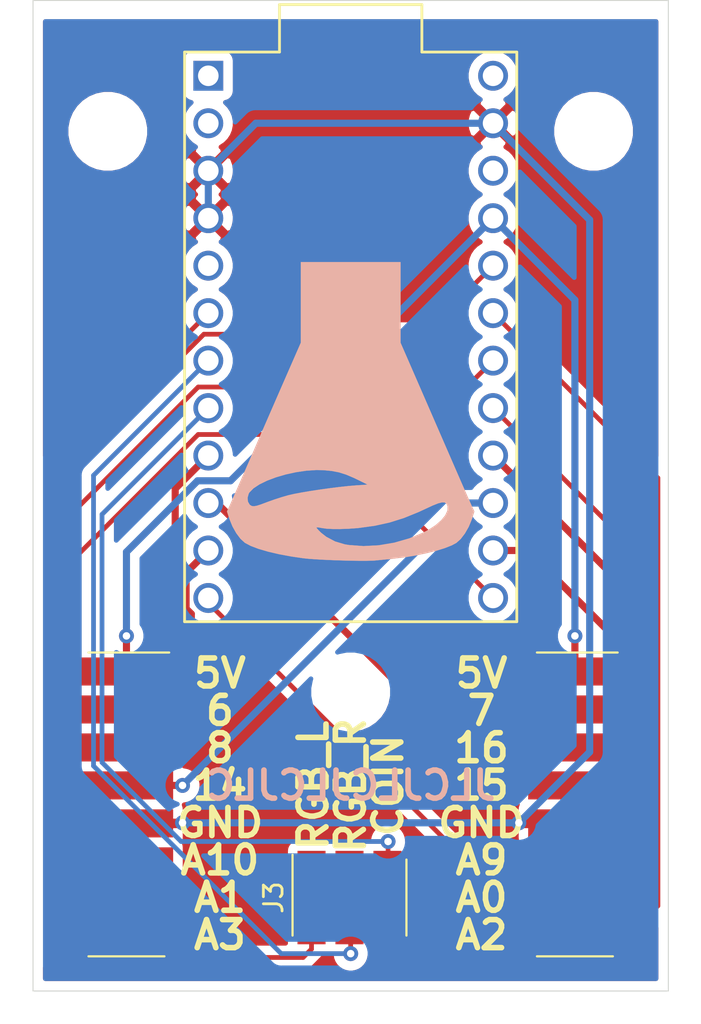
<source format=kicad_pcb>
(kicad_pcb (version 20171130) (host pcbnew "(5.1.10)-1")

  (general
    (thickness 1.6)
    (drawings 24)
    (tracks 100)
    (zones 0)
    (modules 8)
    (nets 18)
  )

  (page A4)
  (layers
    (0 F.Cu signal)
    (31 B.Cu signal)
    (32 B.Adhes user)
    (33 F.Adhes user)
    (34 B.Paste user)
    (35 F.Paste user)
    (36 B.SilkS user)
    (37 F.SilkS user)
    (38 B.Mask user)
    (39 F.Mask user)
    (40 Dwgs.User user)
    (41 Cmts.User user)
    (42 Eco1.User user)
    (43 Eco2.User user)
    (44 Edge.Cuts user)
    (45 Margin user)
    (46 B.CrtYd user)
    (47 F.CrtYd user)
    (48 B.Fab user)
    (49 F.Fab user)
  )

  (setup
    (last_trace_width 0.254)
    (trace_clearance 0.2)
    (zone_clearance 0.508)
    (zone_45_only no)
    (trace_min 0.2)
    (via_size 0.8)
    (via_drill 0.4)
    (via_min_size 0.4)
    (via_min_drill 0.3)
    (uvia_size 0.3)
    (uvia_drill 0.1)
    (uvias_allowed no)
    (uvia_min_size 0.2)
    (uvia_min_drill 0.1)
    (edge_width 0.05)
    (segment_width 0.2)
    (pcb_text_width 0.3)
    (pcb_text_size 1.5 1.5)
    (mod_edge_width 0.12)
    (mod_text_size 1 1)
    (mod_text_width 0.15)
    (pad_size 1.524 1.524)
    (pad_drill 0.762)
    (pad_to_mask_clearance 0)
    (aux_axis_origin 0 0)
    (visible_elements 7FFFFFFF)
    (pcbplotparams
      (layerselection 0x010fc_ffffffff)
      (usegerberextensions false)
      (usegerberattributes true)
      (usegerberadvancedattributes true)
      (creategerberjobfile true)
      (excludeedgelayer true)
      (linewidth 0.100000)
      (plotframeref false)
      (viasonmask false)
      (mode 1)
      (useauxorigin false)
      (hpglpennumber 1)
      (hpglpenspeed 20)
      (hpglpendiameter 15.000000)
      (psnegative false)
      (psa4output false)
      (plotreference true)
      (plotvalue true)
      (plotinvisibletext false)
      (padsonsilk false)
      (subtractmaskfromsilk false)
      (outputformat 1)
      (mirror false)
      (drillshape 0)
      (scaleselection 1)
      (outputdirectory "D:/KiCad/chunair/chunair_core/v1/"))
  )

  (net 0 "")
  (net 1 /A3)
  (net 2 /A1)
  (net 3 /14)
  (net 4 GND)
  (net 5 /A10)
  (net 6 /6)
  (net 7 /8)
  (net 8 +5V)
  (net 9 /A2)
  (net 10 /A0)
  (net 11 /15)
  (net 12 /A9)
  (net 13 /7)
  (net 14 /16)
  (net 15 /RGB_R)
  (net 16 /coin)
  (net 17 /RGB_L)

  (net_class Default "This is the default net class."
    (clearance 0.2)
    (trace_width 0.254)
    (via_dia 0.8)
    (via_drill 0.4)
    (uvia_dia 0.3)
    (uvia_drill 0.1)
    (add_net /A0)
    (add_net /A1)
    (add_net /A10)
    (add_net /A2)
    (add_net /A3)
    (add_net /A9)
    (add_net /RGB_L)
    (add_net /RGB_R)
    (add_net /coin)
  )

  (net_class Power ""
    (clearance 0.2)
    (trace_width 0.381)
    (via_dia 0.8)
    (via_drill 0.4)
    (uvia_dia 0.3)
    (uvia_drill 0.1)
    (add_net +5V)
    (add_net /14)
    (add_net /15)
    (add_net /16)
    (add_net /6)
    (add_net /7)
    (add_net /8)
    (add_net GND)
  )

  (module chunair_local:logo (layer B.Cu) (tedit 0) (tstamp 621C6363)
    (at 150 69 180)
    (fp_text reference G*** (at 0 0) (layer B.SilkS) hide
      (effects (font (size 1.524 1.524) (thickness 0.3)) (justify mirror))
    )
    (fp_text value LOGO (at 0.75 0) (layer B.SilkS) hide
      (effects (font (size 1.524 1.524) (thickness 0.3)) (justify mirror))
    )
    (fp_poly (pts (xy 2.667 3.690811) (xy 3.370854 2.083531) (xy 3.554283 1.664177) (xy 3.778164 1.151551)
      (xy 4.032374 0.568873) (xy 4.306792 -0.060632) (xy 4.591294 -0.713742) (xy 4.875759 -1.367235)
      (xy 5.150064 -1.997888) (xy 5.220099 -2.159) (xy 5.460918 -2.712606) (xy 5.690184 -3.238788)
      (xy 5.902099 -3.724298) (xy 6.090863 -4.155889) (xy 6.250679 -4.520313) (xy 6.375746 -4.804324)
      (xy 6.460265 -4.994672) (xy 6.492881 -5.066556) (xy 6.620271 -5.338862) (xy 6.48268 -5.757994)
      (xy 6.325408 -6.143885) (xy 6.122602 -6.503739) (xy 5.895638 -6.804884) (xy 5.665894 -7.014652)
      (xy 5.656028 -7.02129) (xy 5.350238 -7.182898) (xy 4.933233 -7.340787) (xy 4.420796 -7.490799)
      (xy 3.828714 -7.628773) (xy 3.172768 -7.75055) (xy 2.535519 -7.843549) (xy 2.25223 -7.872369)
      (xy 1.879117 -7.899421) (xy 1.441099 -7.923922) (xy 0.963097 -7.94509) (xy 0.470032 -7.962144)
      (xy -0.013176 -7.974302) (xy -0.461605 -7.98078) (xy -0.850336 -7.980798) (xy -1.154447 -7.973573)
      (xy -1.30175 -7.963973) (xy -1.471545 -7.947333) (xy -1.72835 -7.922114) (xy -2.032791 -7.892185)
      (xy -2.25425 -7.870396) (xy -2.862627 -7.796578) (xy -3.465982 -7.697466) (xy -4.043585 -7.578235)
      (xy -4.574706 -7.44406) (xy -5.038615 -7.300113) (xy -5.414582 -7.151571) (xy -5.656029 -7.02129)
      (xy -5.885139 -6.816568) (xy -6.112517 -6.519169) (xy -6.316699 -6.161873) (xy -6.476221 -5.777461)
      (xy -6.482158 -5.759587) (xy -6.619225 -5.342049) (xy -6.48947 -5.068149) (xy -6.486019 -5.060582)
      (xy -5.18402 -5.060582) (xy -5.178745 -5.290956) (xy -5.062475 -5.544741) (xy -4.846177 -5.809925)
      (xy -4.540816 -6.074499) (xy -4.157359 -6.326452) (xy -3.90525 -6.461198) (xy -3.140066 -6.781387)
      (xy -2.330031 -7.013154) (xy -1.50196 -7.152436) (xy -0.682666 -7.195169) (xy 0.101034 -7.137289)
      (xy 0.3175 -7.101165) (xy 0.835467 -6.946956) (xy 1.306878 -6.69722) (xy 1.586649 -6.477785)
      (xy 1.728743 -6.338277) (xy 1.817579 -6.234646) (xy 1.834417 -6.19475) (xy 1.760783 -6.190041)
      (xy 1.611178 -6.212615) (xy 1.553967 -6.224994) (xy 1.308026 -6.260168) (xy 0.966538 -6.278523)
      (xy 0.559826 -6.280107) (xy 0.118219 -6.264968) (xy -0.327958 -6.233155) (xy -0.4445 -6.221793)
      (xy -1.292041 -6.105055) (xy -2.080322 -5.931594) (xy -2.850285 -5.68964) (xy -3.642874 -5.367419)
      (xy -4.011356 -5.196208) (xy -4.394691 -5.019043) (xy -4.683243 -4.90488) (xy -4.891522 -4.85204)
      (xy -5.034039 -4.858846) (xy -5.125307 -4.923619) (xy -5.179837 -5.04468) (xy -5.18402 -5.060582)
      (xy -6.486019 -5.060582) (xy -6.431225 -4.94047) (xy -6.33011 -4.713655) (xy -6.193777 -4.405086)
      (xy -6.029879 -4.032144) (xy -5.974336 -3.90525) (xy -0.908127 -3.90525) (xy -0.279439 -3.947362)
      (xy 0.125934 -3.981476) (xy 0.599751 -4.032643) (xy 1.114336 -4.096831) (xy 1.642011 -4.170009)
      (xy 2.155099 -4.248143) (xy 2.625922 -4.327202) (xy 3.026804 -4.403155) (xy 3.330067 -4.471968)
      (xy 3.340547 -4.474719) (xy 3.6872 -4.574921) (xy 4.075693 -4.700205) (xy 4.430908 -4.826156)
      (xy 4.483547 -4.846251) (xy 4.800724 -4.965175) (xy 5.02525 -5.036596) (xy 5.180868 -5.063817)
      (xy 5.291321 -5.050142) (xy 5.380354 -4.998873) (xy 5.408374 -4.974908) (xy 5.500834 -4.814433)
      (xy 5.517814 -4.602014) (xy 5.458331 -4.388562) (xy 5.420898 -4.325346) (xy 5.20416 -4.103702)
      (xy 4.880823 -3.890154) (xy 4.471273 -3.690863) (xy 3.995896 -3.511989) (xy 3.475078 -3.359692)
      (xy 2.929205 -3.240132) (xy 2.378663 -3.15947) (xy 1.843839 -3.123866) (xy 1.466367 -3.130374)
      (xy 1.022807 -3.171752) (xy 0.631413 -3.246558) (xy 0.247245 -3.367293) (xy -0.174634 -3.546457)
      (xy -0.374689 -3.642536) (xy -0.908127 -3.90525) (xy -5.974336 -3.90525) (xy -5.846068 -3.612212)
      (xy -5.649997 -3.162673) (xy -5.600091 -3.048) (xy -5.098746 -1.895529) (xy -4.647903 -0.859231)
      (xy -4.247432 0.061192) (xy -3.897204 0.866037) (xy -3.597089 1.555603) (xy -3.346957 2.130188)
      (xy -3.146678 2.590089) (xy -2.996124 2.935604) (xy -2.895163 3.167032) (xy -2.883403 3.193951)
      (xy -2.667 3.689152) (xy -2.667 8.001) (xy 2.667 8.001) (xy 2.667 3.690811)) (layer B.SilkS) (width 0.01))
  )

  (module MountingHole:MountingHole_3.2mm_M3 (layer F.Cu) (tedit 56D1B4CB) (tstamp 621A457F)
    (at 150 84)
    (descr "Mounting Hole 3.2mm, no annular, M3")
    (tags "mounting hole 3.2mm no annular m3")
    (path /621CE0F8)
    (attr virtual)
    (fp_text reference H3 (at 0 -4.2) (layer Dwgs.User)
      (effects (font (size 1 1) (thickness 0.15)))
    )
    (fp_text value MountingHole (at 0 4.2) (layer F.Fab)
      (effects (font (size 1 1) (thickness 0.15)))
    )
    (fp_circle (center 0 0) (end 3.45 0) (layer F.CrtYd) (width 0.05))
    (fp_circle (center 0 0) (end 3.2 0) (layer Cmts.User) (width 0.15))
    (fp_text user %R (at 0.3 0) (layer F.Fab)
      (effects (font (size 1 1) (thickness 0.15)))
    )
    (pad 1 np_thru_hole circle (at 0 0) (size 3.2 3.2) (drill 3.2) (layers *.Cu *.Mask))
  )

  (module promicro:ProMicro-EnforcedTop (layer F.Cu) (tedit 5C3BC30A) (tstamp 621A410C)
    (at 150 65 270)
    (descr "Pro Micro footprint")
    (tags "promicro ProMicro")
    (path /621A4D99)
    (fp_text reference U1 (at 0 -10.16 90) (layer F.SilkS) hide
      (effects (font (size 1 1) (thickness 0.15)))
    )
    (fp_text value ProMicro (at 0 10.16 90) (layer F.Fab)
      (effects (font (size 1 1) (thickness 0.15)))
    )
    (fp_line (start 15.24 -8.89) (end 15.24 8.89) (layer F.SilkS) (width 0.15))
    (fp_line (start -15.24 -8.89) (end 15.24 -8.89) (layer F.SilkS) (width 0.15))
    (fp_line (start -15.24 -3.81) (end -15.24 -8.89) (layer F.SilkS) (width 0.15))
    (fp_line (start -17.78 -3.81) (end -15.24 -3.81) (layer F.SilkS) (width 0.15))
    (fp_line (start -17.78 3.81) (end -17.78 -3.81) (layer F.SilkS) (width 0.15))
    (fp_line (start -15.24 3.81) (end -17.78 3.81) (layer F.SilkS) (width 0.15))
    (fp_line (start -15.24 8.89) (end -15.24 3.81) (layer F.SilkS) (width 0.15))
    (fp_line (start -15.24 8.89) (end 15.24 8.89) (layer F.SilkS) (width 0.15))
    (pad 24 thru_hole circle (at -13.97 -7.62 270) (size 1.6 1.6) (drill 1.1) (layers *.Cu B.Mask))
    (pad 23 thru_hole circle (at -11.43 -7.62 270) (size 1.6 1.6) (drill 1.1) (layers *.Cu B.Mask)
      (net 4 GND))
    (pad 22 thru_hole circle (at -8.89 -7.62 270) (size 1.6 1.6) (drill 1.1) (layers *.Cu B.Mask))
    (pad 21 thru_hole circle (at -6.35 -7.62 270) (size 1.6 1.6) (drill 1.1) (layers *.Cu B.Mask)
      (net 8 +5V))
    (pad 20 thru_hole circle (at -3.81 -7.62 270) (size 1.6 1.6) (drill 1.1) (layers *.Cu B.Mask)
      (net 1 /A3))
    (pad 19 thru_hole circle (at -1.27 -7.62 270) (size 1.6 1.6) (drill 1.1) (layers *.Cu B.Mask)
      (net 9 /A2))
    (pad 18 thru_hole circle (at 1.27 -7.62 270) (size 1.6 1.6) (drill 1.1) (layers *.Cu B.Mask)
      (net 2 /A1))
    (pad 17 thru_hole circle (at 3.81 -7.62 270) (size 1.6 1.6) (drill 1.1) (layers *.Cu B.Mask)
      (net 10 /A0))
    (pad 16 thru_hole circle (at 6.35 -7.62 270) (size 1.6 1.6) (drill 1.1) (layers *.Cu B.Mask)
      (net 11 /15))
    (pad 15 thru_hole circle (at 8.89 -7.62 270) (size 1.6 1.6) (drill 1.1) (layers *.Cu B.Mask)
      (net 3 /14))
    (pad 14 thru_hole circle (at 11.43 -7.62 270) (size 1.6 1.6) (drill 1.1) (layers *.Cu B.Mask)
      (net 14 /16))
    (pad 13 thru_hole circle (at 13.97 -7.62 270) (size 1.6 1.6) (drill 1.1) (layers *.Cu B.Mask)
      (net 5 /A10))
    (pad 12 thru_hole circle (at 13.97 7.62 270) (size 1.6 1.6) (drill 1.1) (layers *.Cu B.Mask)
      (net 12 /A9))
    (pad 11 thru_hole circle (at 11.43 7.62 270) (size 1.6 1.6) (drill 1.1) (layers *.Cu B.Mask)
      (net 7 /8))
    (pad 10 thru_hole circle (at 8.89 7.62 270) (size 1.6 1.6) (drill 1.1) (layers *.Cu B.Mask)
      (net 13 /7))
    (pad 9 thru_hole circle (at 6.35 7.62 270) (size 1.6 1.6) (drill 1.1) (layers *.Cu B.Mask)
      (net 6 /6))
    (pad 8 thru_hole circle (at 3.81 7.62 270) (size 1.6 1.6) (drill 1.1) (layers *.Cu B.Mask)
      (net 16 /coin))
    (pad 7 thru_hole circle (at 1.27 7.62 270) (size 1.6 1.6) (drill 1.1) (layers *.Cu B.Mask)
      (net 15 /RGB_R))
    (pad 6 thru_hole circle (at -1.27 7.62 270) (size 1.6 1.6) (drill 1.1) (layers *.Cu B.Mask)
      (net 17 /RGB_L))
    (pad 5 thru_hole circle (at -3.81 7.62 270) (size 1.6 1.6) (drill 1.1) (layers *.Cu B.Mask))
    (pad 4 thru_hole circle (at -6.35 7.62 270) (size 1.6 1.6) (drill 1.1) (layers *.Cu B.Mask)
      (net 4 GND))
    (pad 3 thru_hole circle (at -8.89 7.62 270) (size 1.6 1.6) (drill 1.1) (layers *.Cu B.Mask)
      (net 4 GND))
    (pad 2 thru_hole circle (at -11.43 7.62 270) (size 1.6 1.6) (drill 1.1) (layers *.Cu B.Mask))
    (pad 1 thru_hole rect (at -13.97 7.62 270) (size 1.6 1.6) (drill 1.1) (layers *.Cu B.Mask))
  )

  (module chunair_local:SMD_3Pin (layer F.Cu) (tedit 6219DE35) (tstamp 621A4354)
    (at 154 95 90)
    (descr "Chip Resistor Network, ROHM MNR14 (see mnr_g.pdf)")
    (tags "resistor array")
    (path /621C27A2)
    (attr smd)
    (fp_text reference J3 (at 0 -8.128 90) (layer F.SilkS)
      (effects (font (size 1 1) (thickness 0.15)))
    )
    (fp_text value Conn_01x03_Male (at 0 0.254 90) (layer F.Fab)
      (effects (font (size 1 1) (thickness 0.15)))
    )
    (fp_line (start 1.55 -2.214) (end -1.55 -2.214) (layer F.CrtYd) (width 0.05))
    (fp_line (start 1.55 -2.214) (end 1.55 -5.914) (layer F.CrtYd) (width 0.05))
    (fp_line (start -1.55 -5.914) (end -1.55 -2.214) (layer F.CrtYd) (width 0.05))
    (fp_line (start -1.55 -5.914) (end 1.55 -5.914) (layer F.CrtYd) (width 0.05))
    (fp_line (start 2.286 -7.112) (end -2.032 -7.112) (layer F.SilkS) (width 0.12))
    (fp_line (start 2.032 -1.016) (end -2.032 -1.016) (layer F.SilkS) (width 0.12))
    (fp_line (start -2.794 -0.762) (end -2.794 -7.366) (layer F.Fab) (width 0.1))
    (fp_line (start 2.794 -0.762) (end -2.794 -0.762) (layer F.Fab) (width 0.1))
    (fp_line (start 2.794 -7.366) (end 2.794 -0.762) (layer F.Fab) (width 0.1))
    (fp_line (start -2.794 -7.366) (end 2.794 -7.366) (layer F.Fab) (width 0.1))
    (fp_text user %R (at 0 -4.064) (layer F.Fab)
      (effects (font (size 0.5 0.5) (thickness 0.075)))
    )
    (pad 2 smd rect (at 0 -4.064 90) (size 5 1.5) (layers F.Cu F.Paste F.Mask)
      (net 15 /RGB_R))
    (pad 3 smd rect (at 0 -2.032 90) (size 5 1.5) (layers F.Cu F.Paste F.Mask)
      (net 16 /coin))
    (pad 1 smd rect (at 0 -6.096 90) (size 5 1.5) (layers F.Cu F.Paste F.Mask)
      (net 17 /RGB_L))
    (model ${KISYS3DMOD}/Resistors_SMD.3dshapes/R_Array_Convex_4x0603.wrl
      (at (xyz 0 0 0))
      (scale (xyz 1 1 1))
      (rotate (xyz 0 0 0))
    )
  )

  (module chunair_local:SMD_8Pin (layer F.Cu) (tedit 6216CBD2) (tstamp 621A3E9A)
    (at 162 89)
    (descr "Chip Resistor Network, ROHM MNR14 (see mnr_g.pdf)")
    (tags "resistor array")
    (path /6219F82A)
    (attr smd)
    (fp_text reference J2 (at 0 -8.128) (layer Dwgs.User)
      (effects (font (size 1 1) (thickness 0.15)))
    )
    (fp_text value Conn_01x08_Male (at 0 10.414) (layer F.Fab)
      (effects (font (size 1 1) (thickness 0.15)))
    )
    (fp_line (start 1.55 -2.214) (end -1.55 -2.214) (layer F.CrtYd) (width 0.05))
    (fp_line (start 1.55 -2.214) (end 1.55 -5.914) (layer F.CrtYd) (width 0.05))
    (fp_line (start -1.55 -5.914) (end -1.55 -2.214) (layer F.CrtYd) (width 0.05))
    (fp_line (start -1.55 -5.914) (end 1.55 -5.914) (layer F.CrtYd) (width 0.05))
    (fp_line (start 2.286 -7.112) (end -2.032 -7.112) (layer F.SilkS) (width 0.12))
    (fp_line (start 2.032 9.144) (end -2.032 9.144) (layer F.SilkS) (width 0.12))
    (fp_line (start -2.794 9.398) (end -2.794 -7.366) (layer F.Fab) (width 0.1))
    (fp_line (start 2.794 9.398) (end -2.794 9.398) (layer F.Fab) (width 0.1))
    (fp_line (start 2.794 -7.366) (end 2.794 9.398) (layer F.Fab) (width 0.1))
    (fp_line (start -2.794 -7.366) (end 2.794 -7.366) (layer F.Fab) (width 0.1))
    (fp_text user %R (at 0 -4.064 90) (layer F.Fab)
      (effects (font (size 0.5 0.5) (thickness 0.075)))
    )
    (pad 8 smd rect (at 0 8.128) (size 5 1.5) (layers F.Cu F.Paste F.Mask)
      (net 9 /A2))
    (pad 7 smd rect (at 0 6.096) (size 5 1.5) (layers F.Cu F.Paste F.Mask)
      (net 10 /A0))
    (pad 4 smd rect (at 0 0) (size 5 1.5) (layers F.Cu F.Paste F.Mask)
      (net 11 /15))
    (pad 5 smd rect (at 0 2.032) (size 5 1.5) (layers F.Cu F.Paste F.Mask)
      (net 4 GND))
    (pad 6 smd rect (at 0 4.064) (size 5 1.5) (layers F.Cu F.Paste F.Mask)
      (net 12 /A9))
    (pad 2 smd rect (at 0 -4.064) (size 5 1.5) (layers F.Cu F.Paste F.Mask)
      (net 13 /7))
    (pad 3 smd rect (at 0 -2.032) (size 5 1.5) (layers F.Cu F.Paste F.Mask)
      (net 14 /16))
    (pad 1 smd rect (at 0 -6.096) (size 5 1.5) (layers F.Cu F.Paste F.Mask)
      (net 8 +5V))
    (model ${KISYS3DMOD}/Resistors_SMD.3dshapes/R_Array_Convex_4x0603.wrl
      (at (xyz 0 0 0))
      (scale (xyz 1 1 1))
      (rotate (xyz 0 0 0))
    )
  )

  (module chunair_local:SMD_8Pin (layer F.Cu) (tedit 6216CBD2) (tstamp 621A4245)
    (at 138 89)
    (descr "Chip Resistor Network, ROHM MNR14 (see mnr_g.pdf)")
    (tags "resistor array")
    (path /6219D996)
    (attr smd)
    (fp_text reference J1 (at 0 -8.128) (layer Dwgs.User)
      (effects (font (size 1 1) (thickness 0.15)))
    )
    (fp_text value Conn_01x08_Male (at 0 10.414) (layer F.Fab)
      (effects (font (size 1 1) (thickness 0.15)))
    )
    (fp_line (start 1.55 -2.214) (end -1.55 -2.214) (layer F.CrtYd) (width 0.05))
    (fp_line (start 1.55 -2.214) (end 1.55 -5.914) (layer F.CrtYd) (width 0.05))
    (fp_line (start -1.55 -5.914) (end -1.55 -2.214) (layer F.CrtYd) (width 0.05))
    (fp_line (start -1.55 -5.914) (end 1.55 -5.914) (layer F.CrtYd) (width 0.05))
    (fp_line (start 2.286 -7.112) (end -2.032 -7.112) (layer F.SilkS) (width 0.12))
    (fp_line (start 2.032 9.144) (end -2.032 9.144) (layer F.SilkS) (width 0.12))
    (fp_line (start -2.794 9.398) (end -2.794 -7.366) (layer F.Fab) (width 0.1))
    (fp_line (start 2.794 9.398) (end -2.794 9.398) (layer F.Fab) (width 0.1))
    (fp_line (start 2.794 -7.366) (end 2.794 9.398) (layer F.Fab) (width 0.1))
    (fp_line (start -2.794 -7.366) (end 2.794 -7.366) (layer F.Fab) (width 0.1))
    (fp_text user %R (at 0 -4.064 90) (layer F.Fab)
      (effects (font (size 0.5 0.5) (thickness 0.075)))
    )
    (pad 8 smd rect (at 0 8.128) (size 5 1.5) (layers F.Cu F.Paste F.Mask)
      (net 1 /A3))
    (pad 7 smd rect (at 0 6.096) (size 5 1.5) (layers F.Cu F.Paste F.Mask)
      (net 2 /A1))
    (pad 4 smd rect (at 0 0) (size 5 1.5) (layers F.Cu F.Paste F.Mask)
      (net 3 /14))
    (pad 5 smd rect (at 0 2.032) (size 5 1.5) (layers F.Cu F.Paste F.Mask)
      (net 4 GND))
    (pad 6 smd rect (at 0 4.064) (size 5 1.5) (layers F.Cu F.Paste F.Mask)
      (net 5 /A10))
    (pad 2 smd rect (at 0 -4.064) (size 5 1.5) (layers F.Cu F.Paste F.Mask)
      (net 6 /6))
    (pad 3 smd rect (at 0 -2.032) (size 5 1.5) (layers F.Cu F.Paste F.Mask)
      (net 7 /8))
    (pad 1 smd rect (at 0 -6.096) (size 5 1.5) (layers F.Cu F.Paste F.Mask)
      (net 8 +5V))
    (model ${KISYS3DMOD}/Resistors_SMD.3dshapes/R_Array_Convex_4x0603.wrl
      (at (xyz 0 0 0))
      (scale (xyz 1 1 1))
      (rotate (xyz 0 0 0))
    )
  )

  (module MountingHole:MountingHole_3.2mm_M3 (layer F.Cu) (tedit 56D1B4CB) (tstamp 621A3E6C)
    (at 137 54)
    (descr "Mounting Hole 3.2mm, no annular, M3")
    (tags "mounting hole 3.2mm no annular m3")
    (path /621C1D64)
    (attr virtual)
    (fp_text reference H2 (at 0 -4.2) (layer Dwgs.User)
      (effects (font (size 1 1) (thickness 0.15)))
    )
    (fp_text value MountingHole (at 0 4.2) (layer F.Fab)
      (effects (font (size 1 1) (thickness 0.15)))
    )
    (fp_circle (center 0 0) (end 3.45 0) (layer F.CrtYd) (width 0.05))
    (fp_circle (center 0 0) (end 3.2 0) (layer Cmts.User) (width 0.15))
    (fp_text user %R (at 0.3 0) (layer F.Fab)
      (effects (font (size 1 1) (thickness 0.15)))
    )
    (pad 1 np_thru_hole circle (at 0 0) (size 3.2 3.2) (drill 3.2) (layers *.Cu *.Mask))
  )

  (module MountingHole:MountingHole_3.2mm_M3 (layer F.Cu) (tedit 56D1B4CB) (tstamp 621A3E64)
    (at 163 54)
    (descr "Mounting Hole 3.2mm, no annular, M3")
    (tags "mounting hole 3.2mm no annular m3")
    (path /621C1733)
    (attr virtual)
    (fp_text reference H1 (at 0 -4.2) (layer Dwgs.User)
      (effects (font (size 1 1) (thickness 0.15)))
    )
    (fp_text value MountingHole (at 0 4.2) (layer F.Fab)
      (effects (font (size 1 1) (thickness 0.15)))
    )
    (fp_circle (center 0 0) (end 3.45 0) (layer F.CrtYd) (width 0.05))
    (fp_circle (center 0 0) (end 3.2 0) (layer Cmts.User) (width 0.15))
    (fp_text user %R (at 0.3 0) (layer F.Fab)
      (effects (font (size 1 1) (thickness 0.15)))
    )
    (pad 1 np_thru_hole circle (at 0 0) (size 3.2 3.2) (drill 3.2) (layers *.Cu *.Mask))
  )

  (gr_text JLCJLCJLCJLC (at 150 89) (layer B.SilkS)
    (effects (font (size 1.5 1.5) (thickness 0.3)) (justify mirror))
  )
  (gr_line (start 133 47) (end 133 100) (layer Edge.Cuts) (width 0.05) (tstamp 621A4775))
  (gr_line (start 167 47) (end 133 47) (layer Edge.Cuts) (width 0.05))
  (gr_line (start 167 100) (end 167 47) (layer Edge.Cuts) (width 0.05))
  (gr_line (start 133 100) (end 167 100) (layer Edge.Cuts) (width 0.05))
  (gr_text COIN (at 152 89 90) (layer F.SilkS) (tstamp 621A4740)
    (effects (font (size 1.5 1.5) (thickness 0.3)))
  )
  (gr_text RGB_R (at 150 89 90) (layer F.SilkS) (tstamp 621A473E)
    (effects (font (size 1.5 1.5) (thickness 0.3)))
  )
  (gr_text RGB_L (at 148 89 90) (layer F.SilkS)
    (effects (font (size 1.5 1.5) (thickness 0.3)))
  )
  (gr_text A2 (at 157 97) (layer F.SilkS) (tstamp 621A4711)
    (effects (font (size 1.5 1.5) (thickness 0.3)))
  )
  (gr_text A0 (at 157 95) (layer F.SilkS) (tstamp 621A470F)
    (effects (font (size 1.5 1.5) (thickness 0.3)))
  )
  (gr_text A9 (at 157 93) (layer F.SilkS) (tstamp 621A470D)
    (effects (font (size 1.5 1.5) (thickness 0.3)))
  )
  (gr_text A3 (at 143 97) (layer F.SilkS) (tstamp 621C021C)
    (effects (font (size 1.5 1.5) (thickness 0.3)))
  )
  (gr_text A1 (at 143 95) (layer F.SilkS) (tstamp 621C021F)
    (effects (font (size 1.5 1.5) (thickness 0.3)))
  )
  (gr_text A10 (at 143 93) (layer F.SilkS) (tstamp 621C0213)
    (effects (font (size 1.5 1.5) (thickness 0.3)))
  )
  (gr_text 15 (at 157 89) (layer F.SilkS)
    (effects (font (size 1.5 1.5) (thickness 0.3)))
  )
  (gr_text 16 (at 157 87) (layer F.SilkS)
    (effects (font (size 1.5 1.5) (thickness 0.3)))
  )
  (gr_text 7 (at 157 85) (layer F.SilkS)
    (effects (font (size 1.5 1.5) (thickness 0.3)))
  )
  (gr_text 14 (at 143 89) (layer F.SilkS) (tstamp 621C0219)
    (effects (font (size 1.5 1.5) (thickness 0.3)))
  )
  (gr_text 8 (at 143 87) (layer F.SilkS) (tstamp 621C0222)
    (effects (font (size 1.5 1.5) (thickness 0.3)))
  )
  (gr_text 6 (at 143 85) (layer F.SilkS) (tstamp 621C0216)
    (effects (font (size 1.5 1.5) (thickness 0.3)))
  )
  (gr_text GND (at 157 91) (layer F.SilkS)
    (effects (font (size 1.5 1.5) (thickness 0.3)))
  )
  (gr_text GND (at 143 91) (layer F.SilkS)
    (effects (font (size 1.5 1.5) (thickness 0.3)))
  )
  (gr_text 5V (at 157 83) (layer F.SilkS)
    (effects (font (size 1.5 1.5) (thickness 0.3)))
  )
  (gr_text 5V (at 143 83) (layer F.SilkS) (tstamp 621C0210)
    (effects (font (size 1.5 1.5) (thickness 0.3)))
  )

  (segment (start 153.952999 64.857001) (end 157.62 61.19) (width 0.254) (layer F.Cu) (net 1))
  (segment (start 142.142999 64.857001) (end 153.952999 64.857001) (width 0.254) (layer F.Cu) (net 1))
  (segment (start 134.264979 72.735021) (end 142.142999 64.857001) (width 0.254) (layer F.Cu) (net 1))
  (segment (start 134.264979 96.146979) (end 134.264979 72.735021) (width 0.254) (layer F.Cu) (net 1))
  (segment (start 135.246 97.128) (end 134.264979 96.146979) (width 0.254) (layer F.Cu) (net 1))
  (segment (start 138 97.128) (end 135.246 97.128) (width 0.254) (layer F.Cu) (net 1))
  (segment (start 156.207001 67.682999) (end 157.62 66.27) (width 0.254) (layer F.Cu) (net 2))
  (segment (start 141.839039 67.682999) (end 156.207001 67.682999) (width 0.254) (layer F.Cu) (net 2))
  (segment (start 134.718989 74.803049) (end 141.839039 67.682999) (width 0.254) (layer F.Cu) (net 2))
  (segment (start 134.718989 94.568989) (end 134.718989 74.803049) (width 0.254) (layer F.Cu) (net 2))
  (segment (start 135.246 95.096) (end 134.718989 94.568989) (width 0.254) (layer F.Cu) (net 2))
  (segment (start 138 95.096) (end 135.246 95.096) (width 0.254) (layer F.Cu) (net 2))
  (via (at 141 89) (size 0.8) (drill 0.4) (layers F.Cu B.Cu) (net 3))
  (segment (start 156.11 73.89) (end 141 89) (width 0.381) (layer B.Cu) (net 3))
  (segment (start 157.62 73.89) (end 156.11 73.89) (width 0.381) (layer B.Cu) (net 3))
  (segment (start 141 89) (end 138 89) (width 0.381) (layer F.Cu) (net 3))
  (via (at 141 91) (size 0.8) (drill 0.4) (layers F.Cu B.Cu) (net 4))
  (segment (start 140.968 91.032) (end 141 91) (width 0.381) (layer F.Cu) (net 4))
  (segment (start 138 91.032) (end 140.968 91.032) (width 0.381) (layer F.Cu) (net 4))
  (via (at 159 91) (size 0.8) (drill 0.4) (layers F.Cu B.Cu) (net 4))
  (segment (start 141 91) (end 159 91) (width 0.381) (layer B.Cu) (net 4))
  (segment (start 161.968 91) (end 162 91.032) (width 0.381) (layer F.Cu) (net 4))
  (segment (start 159 91) (end 161.968 91) (width 0.381) (layer F.Cu) (net 4))
  (segment (start 162.790501 87.209499) (end 162.790501 58.740501) (width 0.381) (layer B.Cu) (net 4))
  (segment (start 162.790501 58.740501) (end 157.62 53.57) (width 0.381) (layer B.Cu) (net 4))
  (segment (start 159 91) (end 162.790501 87.209499) (width 0.381) (layer B.Cu) (net 4))
  (segment (start 144.92 53.57) (end 142.38 56.11) (width 0.381) (layer B.Cu) (net 4))
  (segment (start 157.62 53.57) (end 144.92 53.57) (width 0.381) (layer B.Cu) (net 4))
  (segment (start 142.38 56.11) (end 142.38 58.65) (width 0.381) (layer B.Cu) (net 4))
  (segment (start 148.872999 70.222999) (end 157.62 78.97) (width 0.254) (layer F.Cu) (net 5))
  (segment (start 135.172999 76.889039) (end 141.839039 70.222999) (width 0.254) (layer F.Cu) (net 5))
  (segment (start 141.839039 70.222999) (end 148.872999 70.222999) (width 0.254) (layer F.Cu) (net 5))
  (segment (start 135.172999 92.990999) (end 135.172999 76.889039) (width 0.254) (layer F.Cu) (net 5))
  (segment (start 135.246 93.064) (end 135.172999 92.990999) (width 0.254) (layer F.Cu) (net 5))
  (segment (start 138 93.064) (end 135.246 93.064) (width 0.254) (layer F.Cu) (net 5))
  (segment (start 140.60849 73.12151) (end 142.38 71.35) (width 0.381) (layer F.Cu) (net 6))
  (segment (start 140.60849 81.559588) (end 140.60849 73.12151) (width 0.381) (layer F.Cu) (net 6))
  (segment (start 140.890501 81.841599) (end 140.60849 81.559588) (width 0.381) (layer F.Cu) (net 6))
  (segment (start 140.890501 83.966401) (end 140.890501 81.841599) (width 0.381) (layer F.Cu) (net 6))
  (segment (start 139.920902 84.936) (end 140.890501 83.966401) (width 0.381) (layer F.Cu) (net 6))
  (segment (start 138 84.936) (end 139.920902 84.936) (width 0.381) (layer F.Cu) (net 6))
  (segment (start 141.189499 77.620501) (end 142.38 76.43) (width 0.381) (layer F.Cu) (net 7))
  (segment (start 141.189499 79.541441) (end 141.189499 77.620501) (width 0.381) (layer F.Cu) (net 7))
  (segment (start 141.471511 79.823453) (end 141.189499 79.541441) (width 0.381) (layer F.Cu) (net 7))
  (segment (start 141.471511 85.417391) (end 141.471511 79.823453) (width 0.381) (layer F.Cu) (net 7))
  (segment (start 139.920902 86.968) (end 141.471511 85.417391) (width 0.381) (layer F.Cu) (net 7))
  (segment (start 138 86.968) (end 139.920902 86.968) (width 0.381) (layer F.Cu) (net 7))
  (via (at 138 81) (size 0.8) (drill 0.4) (layers F.Cu B.Cu) (net 8))
  (segment (start 138 82.904) (end 138 81) (width 0.381) (layer F.Cu) (net 8))
  (via (at 162 81) (size 0.8) (drill 0.4) (layers F.Cu B.Cu) (net 8))
  (segment (start 162 81) (end 162 82.904) (width 0.381) (layer F.Cu) (net 8))
  (segment (start 162 63.03) (end 157.62 58.65) (width 0.381) (layer B.Cu) (net 8))
  (segment (start 162 81) (end 162 63.03) (width 0.381) (layer B.Cu) (net 8))
  (segment (start 138 76.508058) (end 138 81) (width 0.381) (layer B.Cu) (net 8))
  (segment (start 141.808559 72.699499) (end 138 76.508058) (width 0.381) (layer B.Cu) (net 8))
  (segment (start 143.570501 72.699499) (end 141.808559 72.699499) (width 0.381) (layer B.Cu) (net 8))
  (segment (start 157.62 58.65) (end 143.570501 72.699499) (width 0.381) (layer B.Cu) (net 8))
  (segment (start 166.44303 72.55303) (end 157.62 63.73) (width 0.254) (layer F.Cu) (net 9))
  (segment (start 166.44303 95.43897) (end 166.44303 72.55303) (width 0.254) (layer F.Cu) (net 9))
  (segment (start 164.754 97.128) (end 166.44303 95.43897) (width 0.254) (layer F.Cu) (net 9))
  (segment (start 162 97.128) (end 164.754 97.128) (width 0.254) (layer F.Cu) (net 9))
  (segment (start 165.98902 77.17902) (end 157.62 68.81) (width 0.254) (layer F.Cu) (net 10))
  (segment (start 165.98902 92.913582) (end 165.98902 77.17902) (width 0.254) (layer F.Cu) (net 10))
  (segment (start 163.806602 95.096) (end 165.98902 92.913582) (width 0.254) (layer F.Cu) (net 10))
  (segment (start 162 95.096) (end 163.806602 95.096) (width 0.254) (layer F.Cu) (net 10))
  (segment (start 165.47151 79.20151) (end 157.62 71.35) (width 0.381) (layer F.Cu) (net 11))
  (segment (start 165.47151 88.52849) (end 165.47151 79.20151) (width 0.381) (layer F.Cu) (net 11))
  (segment (start 165 89) (end 165.47151 88.52849) (width 0.381) (layer F.Cu) (net 11))
  (segment (start 162 89) (end 165 89) (width 0.381) (layer F.Cu) (net 11))
  (segment (start 142.38 79.231962) (end 142.38 78.97) (width 0.254) (layer F.Cu) (net 12))
  (segment (start 156.212038 93.064) (end 142.38 79.231962) (width 0.254) (layer F.Cu) (net 12))
  (segment (start 162 93.064) (end 156.212038 93.064) (width 0.254) (layer F.Cu) (net 12))
  (segment (start 142.835942 73.89) (end 142.38 73.89) (width 0.381) (layer F.Cu) (net 13))
  (segment (start 153.881942 84.936) (end 142.835942 73.89) (width 0.381) (layer F.Cu) (net 13))
  (segment (start 162 84.936) (end 153.881942 84.936) (width 0.381) (layer F.Cu) (net 13))
  (segment (start 159.478902 76.43) (end 157.62 76.43) (width 0.381) (layer F.Cu) (net 14))
  (segment (start 164.890501 81.841599) (end 159.478902 76.43) (width 0.381) (layer F.Cu) (net 14))
  (segment (start 164.890501 85.998401) (end 164.890501 81.841599) (width 0.381) (layer F.Cu) (net 14))
  (segment (start 163.920902 86.968) (end 164.890501 85.998401) (width 0.381) (layer F.Cu) (net 14))
  (segment (start 162 86.968) (end 163.920902 86.968) (width 0.381) (layer F.Cu) (net 14))
  (via (at 150 98) (size 0.8) (drill 0.4) (layers F.Cu B.Cu) (net 15))
  (segment (start 146.281971 98) (end 150 98) (width 0.254) (layer B.Cu) (net 15))
  (segment (start 136.237979 87.956008) (end 146.281971 98) (width 0.254) (layer B.Cu) (net 15))
  (segment (start 136.237979 72.412021) (end 136.237979 87.956008) (width 0.254) (layer B.Cu) (net 15))
  (segment (start 142.38 66.27) (end 136.237979 72.412021) (width 0.254) (layer B.Cu) (net 15))
  (segment (start 150 95.064) (end 149.936 95) (width 0.254) (layer F.Cu) (net 15))
  (segment (start 150 98) (end 150 95.064) (width 0.254) (layer F.Cu) (net 15))
  (via (at 152 92) (size 0.8) (drill 0.4) (layers F.Cu B.Cu) (net 16))
  (segment (start 140.924038 92) (end 152 92) (width 0.254) (layer B.Cu) (net 16))
  (segment (start 136.691989 87.767951) (end 140.924038 92) (width 0.254) (layer B.Cu) (net 16))
  (segment (start 136.691989 74.498011) (end 136.691989 87.767951) (width 0.254) (layer B.Cu) (net 16))
  (segment (start 142.38 68.81) (end 136.691989 74.498011) (width 0.254) (layer B.Cu) (net 16))
  (segment (start 152 94.968) (end 151.968 95) (width 0.254) (layer F.Cu) (net 16))
  (segment (start 152 92) (end 152 94.968) (width 0.254) (layer F.Cu) (net 16))
  (segment (start 133.810969 72.299031) (end 142.38 63.73) (width 0.254) (layer F.Cu) (net 17))
  (segment (start 133.810969 97.810969) (end 133.810969 72.299031) (width 0.254) (layer F.Cu) (net 17))
  (segment (start 134.205001 98.205001) (end 133.810969 97.810969) (width 0.254) (layer F.Cu) (net 17))
  (segment (start 147.452999 98.205001) (end 134.205001 98.205001) (width 0.254) (layer F.Cu) (net 17))
  (segment (start 147.904 97.754) (end 147.452999 98.205001) (width 0.254) (layer F.Cu) (net 17))
  (segment (start 147.904 95) (end 147.904 97.754) (width 0.254) (layer F.Cu) (net 17))

  (zone (net 4) (net_name GND) (layer F.Cu) (tstamp 621C0403) (hatch edge 0.508)
    (connect_pads (clearance 0.508))
    (min_thickness 0.254)
    (fill yes (arc_segments 32) (thermal_gap 0.508) (thermal_bridge_width 0.508))
    (polygon
      (pts
        (xy 167 100) (xy 133 100) (xy 133 48) (xy 167 48)
      )
    )
    (filled_polygon
      (pts
        (xy 155.646759 93.576352) (xy 155.670616 93.605422) (xy 155.699686 93.629279) (xy 155.786645 93.700645) (xy 155.823208 93.720188)
        (xy 155.919023 93.771402) (xy 156.06266 93.814974) (xy 156.174612 93.826) (xy 156.174615 93.826) (xy 156.212038 93.829686)
        (xy 156.249461 93.826) (xy 158.86311 93.826) (xy 158.874188 93.938482) (xy 158.910498 94.05818) (xy 158.922161 94.08)
        (xy 158.910498 94.10182) (xy 158.874188 94.221518) (xy 158.861928 94.346) (xy 158.861928 95.846) (xy 158.874188 95.970482)
        (xy 158.910498 96.09018) (xy 158.922161 96.112) (xy 158.910498 96.13382) (xy 158.874188 96.253518) (xy 158.861928 96.378)
        (xy 158.861928 97.878) (xy 158.874188 98.002482) (xy 158.910498 98.12218) (xy 158.969463 98.232494) (xy 159.048815 98.329185)
        (xy 159.145506 98.408537) (xy 159.25582 98.467502) (xy 159.375518 98.503812) (xy 159.5 98.516072) (xy 164.5 98.516072)
        (xy 164.624482 98.503812) (xy 164.74418 98.467502) (xy 164.854494 98.408537) (xy 164.951185 98.329185) (xy 165.030537 98.232494)
        (xy 165.089502 98.12218) (xy 165.125812 98.002482) (xy 165.138072 97.878) (xy 165.138072 97.786731) (xy 165.179392 97.764645)
        (xy 165.295422 97.669422) (xy 165.319284 97.640346) (xy 166.34 96.619631) (xy 166.34 99.34) (xy 133.66 99.34)
        (xy 133.66 98.742062) (xy 133.663579 98.746423) (xy 133.779609 98.841646) (xy 133.911986 98.912403) (xy 134.055623 98.955975)
        (xy 134.167575 98.967001) (xy 134.167577 98.967001) (xy 134.205 98.970687) (xy 134.242423 98.967001) (xy 147.415576 98.967001)
        (xy 147.452999 98.970687) (xy 147.490422 98.967001) (xy 147.490425 98.967001) (xy 147.602377 98.955975) (xy 147.746014 98.912403)
        (xy 147.878391 98.841646) (xy 147.994421 98.746423) (xy 148.018283 98.717347) (xy 148.416341 98.319288) (xy 148.445422 98.295422)
        (xy 148.519629 98.205) (xy 148.540645 98.179393) (xy 148.562731 98.138072) (xy 148.654 98.138072) (xy 148.778482 98.125812)
        (xy 148.89818 98.089502) (xy 148.92 98.077839) (xy 148.94182 98.089502) (xy 148.965 98.096534) (xy 148.965 98.101939)
        (xy 149.004774 98.301898) (xy 149.082795 98.490256) (xy 149.196063 98.659774) (xy 149.340226 98.803937) (xy 149.509744 98.917205)
        (xy 149.698102 98.995226) (xy 149.898061 99.035) (xy 150.101939 99.035) (xy 150.301898 98.995226) (xy 150.490256 98.917205)
        (xy 150.659774 98.803937) (xy 150.803937 98.659774) (xy 150.917205 98.490256) (xy 150.995226 98.301898) (xy 151.033852 98.107712)
        (xy 151.093518 98.125812) (xy 151.218 98.138072) (xy 152.718 98.138072) (xy 152.842482 98.125812) (xy 152.96218 98.089502)
        (xy 153.072494 98.030537) (xy 153.169185 97.951185) (xy 153.248537 97.854494) (xy 153.307502 97.74418) (xy 153.343812 97.624482)
        (xy 153.356072 97.5) (xy 153.356072 92.5) (xy 153.343812 92.375518) (xy 153.307502 92.25582) (xy 153.248537 92.145506)
        (xy 153.169185 92.048815) (xy 153.072494 91.969463) (xy 153.035 91.949422) (xy 153.035 91.898061) (xy 152.995226 91.698102)
        (xy 152.917205 91.509744) (xy 152.803937 91.340226) (xy 152.659774 91.196063) (xy 152.490256 91.082795) (xy 152.301898 91.004774)
        (xy 152.101939 90.965) (xy 151.898061 90.965) (xy 151.698102 91.004774) (xy 151.509744 91.082795) (xy 151.340226 91.196063)
        (xy 151.196063 91.340226) (xy 151.082795 91.509744) (xy 151.004774 91.698102) (xy 150.965 91.898061) (xy 150.965 91.915212)
        (xy 150.952 91.922161) (xy 150.93018 91.910498) (xy 150.810482 91.874188) (xy 150.686 91.861928) (xy 149.186 91.861928)
        (xy 149.061518 91.874188) (xy 148.94182 91.910498) (xy 148.92 91.922161) (xy 148.89818 91.910498) (xy 148.778482 91.874188)
        (xy 148.654 91.861928) (xy 147.154 91.861928) (xy 147.029518 91.874188) (xy 146.90982 91.910498) (xy 146.799506 91.969463)
        (xy 146.702815 92.048815) (xy 146.623463 92.145506) (xy 146.564498 92.25582) (xy 146.528188 92.375518) (xy 146.515928 92.5)
        (xy 146.515928 97.443001) (xy 141.138072 97.443001) (xy 141.138072 96.378) (xy 141.125812 96.253518) (xy 141.089502 96.13382)
        (xy 141.077839 96.112) (xy 141.089502 96.09018) (xy 141.125812 95.970482) (xy 141.138072 95.846) (xy 141.138072 94.346)
        (xy 141.125812 94.221518) (xy 141.089502 94.10182) (xy 141.077839 94.08) (xy 141.089502 94.05818) (xy 141.125812 93.938482)
        (xy 141.138072 93.814) (xy 141.138072 92.314) (xy 141.125812 92.189518) (xy 141.089502 92.06982) (xy 141.077839 92.048)
        (xy 141.089502 92.02618) (xy 141.125812 91.906482) (xy 141.138072 91.782) (xy 141.135 91.31775) (xy 140.97625 91.159)
        (xy 138.127 91.159) (xy 138.127 91.179) (xy 137.873 91.179) (xy 137.873 91.159) (xy 137.853 91.159)
        (xy 137.853 90.905) (xy 137.873 90.905) (xy 137.873 90.885) (xy 138.127 90.885) (xy 138.127 90.905)
        (xy 140.97625 90.905) (xy 141.135 90.74625) (xy 141.138072 90.282) (xy 141.125812 90.157518) (xy 141.089502 90.03782)
        (xy 141.087995 90.035) (xy 141.101939 90.035) (xy 141.301898 89.995226) (xy 141.490256 89.917205) (xy 141.659774 89.803937)
        (xy 141.803937 89.659774) (xy 141.917205 89.490256) (xy 141.995226 89.301898) (xy 142.035 89.101939) (xy 142.035 88.898061)
        (xy 141.995226 88.698102) (xy 141.917205 88.509744) (xy 141.803937 88.340226) (xy 141.659774 88.196063) (xy 141.490256 88.082795)
        (xy 141.301898 88.004774) (xy 141.101939 87.965) (xy 141.087995 87.965) (xy 141.089502 87.96218) (xy 141.125812 87.842482)
        (xy 141.138072 87.718) (xy 141.138072 86.918262) (xy 142.026552 86.029783) (xy 142.058052 86.003932) (xy 142.110688 85.939795)
        (xy 142.16121 85.878234) (xy 142.197424 85.810482) (xy 142.237864 85.734825) (xy 142.285067 85.579217) (xy 142.297011 85.457944)
        (xy 142.297011 85.457942) (xy 142.301005 85.417392) (xy 142.297011 85.376841) (xy 142.297011 80.405) (xy 142.475408 80.405)
      )
    )
    (filled_polygon
      (pts
        (xy 153.269549 85.49104) (xy 153.295401 85.522541) (xy 153.359538 85.575177) (xy 153.421099 85.625699) (xy 153.5245 85.680968)
        (xy 153.564508 85.702353) (xy 153.720116 85.749556) (xy 153.841389 85.7615) (xy 153.841391 85.7615) (xy 153.881941 85.765494)
        (xy 153.922492 85.7615) (xy 158.869364 85.7615) (xy 158.874188 85.810482) (xy 158.910498 85.93018) (xy 158.922161 85.952)
        (xy 158.910498 85.97382) (xy 158.874188 86.093518) (xy 158.861928 86.218) (xy 158.861928 87.718) (xy 158.874188 87.842482)
        (xy 158.910498 87.96218) (xy 158.922161 87.984) (xy 158.910498 88.00582) (xy 158.874188 88.125518) (xy 158.861928 88.25)
        (xy 158.861928 89.75) (xy 158.874188 89.874482) (xy 158.910498 89.99418) (xy 158.922161 90.016) (xy 158.910498 90.03782)
        (xy 158.874188 90.157518) (xy 158.861928 90.282) (xy 158.865 90.74625) (xy 159.02375 90.905) (xy 161.873 90.905)
        (xy 161.873 90.885) (xy 162.127 90.885) (xy 162.127 90.905) (xy 164.97625 90.905) (xy 165.135 90.74625)
        (xy 165.138072 90.282) (xy 165.125812 90.157518) (xy 165.089502 90.03782) (xy 165.077839 90.016) (xy 165.089502 89.99418)
        (xy 165.125812 89.874482) (xy 165.131519 89.816541) (xy 165.161826 89.813556) (xy 165.22702 89.79378) (xy 165.22702 92.597951)
        (xy 165.138072 92.686899) (xy 165.138072 92.314) (xy 165.125812 92.189518) (xy 165.089502 92.06982) (xy 165.077839 92.048)
        (xy 165.089502 92.02618) (xy 165.125812 91.906482) (xy 165.138072 91.782) (xy 165.135 91.31775) (xy 164.97625 91.159)
        (xy 162.127 91.159) (xy 162.127 91.179) (xy 161.873 91.179) (xy 161.873 91.159) (xy 159.02375 91.159)
        (xy 158.865 91.31775) (xy 158.861928 91.782) (xy 158.874188 91.906482) (xy 158.910498 92.02618) (xy 158.922161 92.048)
        (xy 158.910498 92.06982) (xy 158.874188 92.189518) (xy 158.86311 92.302) (xy 156.527669 92.302) (xy 150.42076 86.195092)
        (xy 150.651925 86.14911) (xy 151.058669 85.980631) (xy 151.424729 85.736038) (xy 151.736038 85.424729) (xy 151.980631 85.058669)
        (xy 152.14911 84.651925) (xy 152.195785 84.417276)
      )
    )
    (filled_polygon
      (pts
        (xy 166.340001 71.372371) (xy 159.019157 64.051527) (xy 159.055 63.871335) (xy 159.055 63.588665) (xy 158.999853 63.311426)
        (xy 158.89168 63.050273) (xy 158.734637 62.815241) (xy 158.534759 62.615363) (xy 158.302241 62.46) (xy 158.534759 62.304637)
        (xy 158.734637 62.104759) (xy 158.89168 61.869727) (xy 158.999853 61.608574) (xy 159.055 61.331335) (xy 159.055 61.048665)
        (xy 158.999853 60.771426) (xy 158.89168 60.510273) (xy 158.734637 60.275241) (xy 158.534759 60.075363) (xy 158.302241 59.92)
        (xy 158.534759 59.764637) (xy 158.734637 59.564759) (xy 158.89168 59.329727) (xy 158.999853 59.068574) (xy 159.055 58.791335)
        (xy 159.055 58.508665) (xy 158.999853 58.231426) (xy 158.89168 57.970273) (xy 158.734637 57.735241) (xy 158.534759 57.535363)
        (xy 158.302241 57.38) (xy 158.534759 57.224637) (xy 158.734637 57.024759) (xy 158.89168 56.789727) (xy 158.999853 56.528574)
        (xy 159.055 56.251335) (xy 159.055 55.968665) (xy 158.999853 55.691426) (xy 158.89168 55.430273) (xy 158.734637 55.195241)
        (xy 158.534759 54.995363) (xy 158.300872 54.839085) (xy 158.361514 54.806671) (xy 158.433097 54.562702) (xy 157.62 53.749605)
        (xy 156.806903 54.562702) (xy 156.878486 54.806671) (xy 156.942992 54.837194) (xy 156.940273 54.83832) (xy 156.705241 54.995363)
        (xy 156.505363 55.195241) (xy 156.34832 55.430273) (xy 156.240147 55.691426) (xy 156.185 55.968665) (xy 156.185 56.251335)
        (xy 156.240147 56.528574) (xy 156.34832 56.789727) (xy 156.505363 57.024759) (xy 156.705241 57.224637) (xy 156.937759 57.38)
        (xy 156.705241 57.535363) (xy 156.505363 57.735241) (xy 156.34832 57.970273) (xy 156.240147 58.231426) (xy 156.185 58.508665)
        (xy 156.185 58.791335) (xy 156.240147 59.068574) (xy 156.34832 59.329727) (xy 156.505363 59.564759) (xy 156.705241 59.764637)
        (xy 156.937759 59.92) (xy 156.705241 60.075363) (xy 156.505363 60.275241) (xy 156.34832 60.510273) (xy 156.240147 60.771426)
        (xy 156.185 61.048665) (xy 156.185 61.331335) (xy 156.220843 61.511527) (xy 153.637369 64.095001) (xy 143.770509 64.095001)
        (xy 143.815 63.871335) (xy 143.815 63.588665) (xy 143.759853 63.311426) (xy 143.65168 63.050273) (xy 143.494637 62.815241)
        (xy 143.294759 62.615363) (xy 143.062241 62.46) (xy 143.294759 62.304637) (xy 143.494637 62.104759) (xy 143.65168 61.869727)
        (xy 143.759853 61.608574) (xy 143.815 61.331335) (xy 143.815 61.048665) (xy 143.759853 60.771426) (xy 143.65168 60.510273)
        (xy 143.494637 60.275241) (xy 143.294759 60.075363) (xy 143.060872 59.919085) (xy 143.121514 59.886671) (xy 143.193097 59.642702)
        (xy 142.38 58.829605) (xy 141.566903 59.642702) (xy 141.638486 59.886671) (xy 141.702992 59.917194) (xy 141.700273 59.91832)
        (xy 141.465241 60.075363) (xy 141.265363 60.275241) (xy 141.10832 60.510273) (xy 141.000147 60.771426) (xy 140.945 61.048665)
        (xy 140.945 61.331335) (xy 141.000147 61.608574) (xy 141.10832 61.869727) (xy 141.265363 62.104759) (xy 141.465241 62.304637)
        (xy 141.697759 62.46) (xy 141.465241 62.615363) (xy 141.265363 62.815241) (xy 141.10832 63.050273) (xy 141.000147 63.311426)
        (xy 140.945 63.588665) (xy 140.945 63.871335) (xy 140.980843 64.051526) (xy 133.66 71.37237) (xy 133.66 58.720512)
        (xy 140.939783 58.720512) (xy 140.981213 59.00013) (xy 141.076397 59.266292) (xy 141.143329 59.391514) (xy 141.387298 59.463097)
        (xy 142.200395 58.65) (xy 142.559605 58.65) (xy 143.372702 59.463097) (xy 143.616671 59.391514) (xy 143.737571 59.136004)
        (xy 143.8063 58.861816) (xy 143.820217 58.579488) (xy 143.778787 58.29987) (xy 143.683603 58.033708) (xy 143.616671 57.908486)
        (xy 143.372702 57.836903) (xy 142.559605 58.65) (xy 142.200395 58.65) (xy 141.387298 57.836903) (xy 141.143329 57.908486)
        (xy 141.022429 58.163996) (xy 140.9537 58.438184) (xy 140.939783 58.720512) (xy 133.66 58.720512) (xy 133.66 57.102702)
        (xy 141.566903 57.102702) (xy 141.638486 57.346671) (xy 141.704636 57.377971) (xy 141.638486 57.413329) (xy 141.566903 57.657298)
        (xy 142.38 58.470395) (xy 143.193097 57.657298) (xy 143.121514 57.413329) (xy 143.055364 57.382029) (xy 143.121514 57.346671)
        (xy 143.193097 57.102702) (xy 142.38 56.289605) (xy 141.566903 57.102702) (xy 133.66 57.102702) (xy 133.66 53.779872)
        (xy 134.765 53.779872) (xy 134.765 54.220128) (xy 134.85089 54.651925) (xy 135.019369 55.058669) (xy 135.263962 55.424729)
        (xy 135.575271 55.736038) (xy 135.941331 55.980631) (xy 136.348075 56.14911) (xy 136.779872 56.235) (xy 137.220128 56.235)
        (xy 137.494056 56.180512) (xy 140.939783 56.180512) (xy 140.981213 56.46013) (xy 141.076397 56.726292) (xy 141.143329 56.851514)
        (xy 141.387298 56.923097) (xy 142.200395 56.11) (xy 142.559605 56.11) (xy 143.372702 56.923097) (xy 143.616671 56.851514)
        (xy 143.737571 56.596004) (xy 143.8063 56.321816) (xy 143.820217 56.039488) (xy 143.778787 55.75987) (xy 143.683603 55.493708)
        (xy 143.616671 55.368486) (xy 143.372702 55.296903) (xy 142.559605 56.11) (xy 142.200395 56.11) (xy 141.387298 55.296903)
        (xy 141.143329 55.368486) (xy 141.022429 55.623996) (xy 140.9537 55.898184) (xy 140.939783 56.180512) (xy 137.494056 56.180512)
        (xy 137.651925 56.14911) (xy 138.058669 55.980631) (xy 138.424729 55.736038) (xy 138.736038 55.424729) (xy 138.980631 55.058669)
        (xy 139.14911 54.651925) (xy 139.235 54.220128) (xy 139.235 53.779872) (xy 139.14911 53.348075) (xy 138.980631 52.941331)
        (xy 138.736038 52.575271) (xy 138.424729 52.263962) (xy 138.058669 52.019369) (xy 137.651925 51.85089) (xy 137.220128 51.765)
        (xy 136.779872 51.765) (xy 136.348075 51.85089) (xy 135.941331 52.019369) (xy 135.575271 52.263962) (xy 135.263962 52.575271)
        (xy 135.019369 52.941331) (xy 134.85089 53.348075) (xy 134.765 53.779872) (xy 133.66 53.779872) (xy 133.66 50.23)
        (xy 140.941928 50.23) (xy 140.941928 51.83) (xy 140.954188 51.954482) (xy 140.990498 52.07418) (xy 141.049463 52.184494)
        (xy 141.128815 52.281185) (xy 141.225506 52.360537) (xy 141.33582 52.419502) (xy 141.455518 52.455812) (xy 141.463961 52.456643)
        (xy 141.265363 52.655241) (xy 141.10832 52.890273) (xy 141.000147 53.151426) (xy 140.945 53.428665) (xy 140.945 53.711335)
        (xy 141.000147 53.988574) (xy 141.10832 54.249727) (xy 141.265363 54.484759) (xy 141.465241 54.684637) (xy 141.699128 54.840915)
        (xy 141.638486 54.873329) (xy 141.566903 55.117298) (xy 142.38 55.930395) (xy 143.193097 55.117298) (xy 143.121514 54.873329)
        (xy 143.057008 54.842806) (xy 143.059727 54.84168) (xy 143.294759 54.684637) (xy 143.494637 54.484759) (xy 143.65168 54.249727)
        (xy 143.759853 53.988574) (xy 143.815 53.711335) (xy 143.815 53.640512) (xy 156.179783 53.640512) (xy 156.221213 53.92013)
        (xy 156.316397 54.186292) (xy 156.383329 54.311514) (xy 156.627298 54.383097) (xy 157.440395 53.57) (xy 157.799605 53.57)
        (xy 158.612702 54.383097) (xy 158.856671 54.311514) (xy 158.977571 54.056004) (xy 159.0463 53.781816) (xy 159.046395 53.779872)
        (xy 160.765 53.779872) (xy 160.765 54.220128) (xy 160.85089 54.651925) (xy 161.019369 55.058669) (xy 161.263962 55.424729)
        (xy 161.575271 55.736038) (xy 161.941331 55.980631) (xy 162.348075 56.14911) (xy 162.779872 56.235) (xy 163.220128 56.235)
        (xy 163.651925 56.14911) (xy 164.058669 55.980631) (xy 164.424729 55.736038) (xy 164.736038 55.424729) (xy 164.980631 55.058669)
        (xy 165.14911 54.651925) (xy 165.235 54.220128) (xy 165.235 53.779872) (xy 165.14911 53.348075) (xy 164.980631 52.941331)
        (xy 164.736038 52.575271) (xy 164.424729 52.263962) (xy 164.058669 52.019369) (xy 163.651925 51.85089) (xy 163.220128 51.765)
        (xy 162.779872 51.765) (xy 162.348075 51.85089) (xy 161.941331 52.019369) (xy 161.575271 52.263962) (xy 161.263962 52.575271)
        (xy 161.019369 52.941331) (xy 160.85089 53.348075) (xy 160.765 53.779872) (xy 159.046395 53.779872) (xy 159.060217 53.499488)
        (xy 159.018787 53.21987) (xy 158.923603 52.953708) (xy 158.856671 52.828486) (xy 158.612702 52.756903) (xy 157.799605 53.57)
        (xy 157.440395 53.57) (xy 156.627298 52.756903) (xy 156.383329 52.828486) (xy 156.262429 53.083996) (xy 156.1937 53.358184)
        (xy 156.179783 53.640512) (xy 143.815 53.640512) (xy 143.815 53.428665) (xy 143.759853 53.151426) (xy 143.65168 52.890273)
        (xy 143.494637 52.655241) (xy 143.296039 52.456643) (xy 143.304482 52.455812) (xy 143.42418 52.419502) (xy 143.534494 52.360537)
        (xy 143.631185 52.281185) (xy 143.710537 52.184494) (xy 143.769502 52.07418) (xy 143.805812 51.954482) (xy 143.818072 51.83)
        (xy 143.818072 50.888665) (xy 156.185 50.888665) (xy 156.185 51.171335) (xy 156.240147 51.448574) (xy 156.34832 51.709727)
        (xy 156.505363 51.944759) (xy 156.705241 52.144637) (xy 156.939128 52.300915) (xy 156.878486 52.333329) (xy 156.806903 52.577298)
        (xy 157.62 53.390395) (xy 158.433097 52.577298) (xy 158.361514 52.333329) (xy 158.297008 52.302806) (xy 158.299727 52.30168)
        (xy 158.534759 52.144637) (xy 158.734637 51.944759) (xy 158.89168 51.709727) (xy 158.999853 51.448574) (xy 159.055 51.171335)
        (xy 159.055 50.888665) (xy 158.999853 50.611426) (xy 158.89168 50.350273) (xy 158.734637 50.115241) (xy 158.534759 49.915363)
        (xy 158.299727 49.75832) (xy 158.038574 49.650147) (xy 157.761335 49.595) (xy 157.478665 49.595) (xy 157.201426 49.650147)
        (xy 156.940273 49.75832) (xy 156.705241 49.915363) (xy 156.505363 50.115241) (xy 156.34832 50.350273) (xy 156.240147 50.611426)
        (xy 156.185 50.888665) (xy 143.818072 50.888665) (xy 143.818072 50.23) (xy 143.805812 50.105518) (xy 143.769502 49.98582)
        (xy 143.710537 49.875506) (xy 143.631185 49.778815) (xy 143.534494 49.699463) (xy 143.42418 49.640498) (xy 143.304482 49.604188)
        (xy 143.18 49.591928) (xy 141.58 49.591928) (xy 141.455518 49.604188) (xy 141.33582 49.640498) (xy 141.225506 49.699463)
        (xy 141.128815 49.778815) (xy 141.049463 49.875506) (xy 140.990498 49.98582) (xy 140.954188 50.105518) (xy 140.941928 50.23)
        (xy 133.66 50.23) (xy 133.66 48.127) (xy 166.340001 48.127)
      )
    )
  )
  (zone (net 0) (net_name "") (layer B.Cu) (tstamp 621A47D4) (hatch edge 0.508)
    (connect_pads (clearance 0.508))
    (min_thickness 0.254)
    (fill yes (arc_segments 32) (thermal_gap 0.508) (thermal_bridge_width 0.508))
    (polygon
      (pts
        (xy 167 100) (xy 133 100) (xy 133 48) (xy 167 48)
      )
    )
    (filled_polygon
      (pts
        (xy 166.34 99.34) (xy 133.66 99.34) (xy 133.66 72.412021) (xy 135.472293 72.412021) (xy 135.475979 72.449444)
        (xy 135.47598 87.918575) (xy 135.472293 87.956008) (xy 135.487006 88.105386) (xy 135.530578 88.249023) (xy 135.601334 88.3814)
        (xy 135.620371 88.404596) (xy 135.696558 88.49743) (xy 135.725628 88.521287) (xy 145.716687 98.512346) (xy 145.740549 98.541422)
        (xy 145.81419 98.601857) (xy 145.856578 98.636645) (xy 145.89985 98.659774) (xy 145.988956 98.707402) (xy 146.132593 98.750974)
        (xy 146.244545 98.762) (xy 146.244548 98.762) (xy 146.281971 98.765686) (xy 146.319394 98.762) (xy 149.298289 98.762)
        (xy 149.340226 98.803937) (xy 149.509744 98.917205) (xy 149.698102 98.995226) (xy 149.898061 99.035) (xy 150.101939 99.035)
        (xy 150.301898 98.995226) (xy 150.490256 98.917205) (xy 150.659774 98.803937) (xy 150.803937 98.659774) (xy 150.917205 98.490256)
        (xy 150.995226 98.301898) (xy 151.035 98.101939) (xy 151.035 97.898061) (xy 150.995226 97.698102) (xy 150.917205 97.509744)
        (xy 150.803937 97.340226) (xy 150.659774 97.196063) (xy 150.490256 97.082795) (xy 150.301898 97.004774) (xy 150.101939 96.965)
        (xy 149.898061 96.965) (xy 149.698102 97.004774) (xy 149.509744 97.082795) (xy 149.340226 97.196063) (xy 149.298289 97.238)
        (xy 146.597601 97.238) (xy 142.121601 92.762) (xy 151.298289 92.762) (xy 151.340226 92.803937) (xy 151.509744 92.917205)
        (xy 151.698102 92.995226) (xy 151.898061 93.035) (xy 152.101939 93.035) (xy 152.301898 92.995226) (xy 152.490256 92.917205)
        (xy 152.659774 92.803937) (xy 152.803937 92.659774) (xy 152.917205 92.490256) (xy 152.995226 92.301898) (xy 153.035 92.101939)
        (xy 153.035 91.898061) (xy 153.020567 91.8255) (xy 158.372497 91.8255) (xy 158.509744 91.917205) (xy 158.698102 91.995226)
        (xy 158.898061 92.035) (xy 159.101939 92.035) (xy 159.301898 91.995226) (xy 159.490256 91.917205) (xy 159.659774 91.803937)
        (xy 159.803937 91.659774) (xy 159.917205 91.490256) (xy 159.995226 91.301898) (xy 160.027429 91.140004) (xy 163.345547 87.821887)
        (xy 163.377042 87.79604) (xy 163.40289 87.764544) (xy 163.402893 87.764541) (xy 163.4802 87.670342) (xy 163.556854 87.526933)
        (xy 163.572627 87.474936) (xy 163.604057 87.371325) (xy 163.616001 87.250052) (xy 163.616001 87.25005) (xy 163.619995 87.209499)
        (xy 163.616001 87.168949) (xy 163.616001 58.781051) (xy 163.619995 58.740501) (xy 163.616001 58.699948) (xy 163.604057 58.578675)
        (xy 163.556854 58.423067) (xy 163.4802 58.279658) (xy 163.402893 58.185459) (xy 163.40289 58.185456) (xy 163.377042 58.15396)
        (xy 163.345546 58.128112) (xy 159.034056 53.816624) (xy 159.041366 53.779872) (xy 160.765 53.779872) (xy 160.765 54.220128)
        (xy 160.85089 54.651925) (xy 161.019369 55.058669) (xy 161.263962 55.424729) (xy 161.575271 55.736038) (xy 161.941331 55.980631)
        (xy 162.348075 56.14911) (xy 162.779872 56.235) (xy 163.220128 56.235) (xy 163.651925 56.14911) (xy 164.058669 55.980631)
        (xy 164.424729 55.736038) (xy 164.736038 55.424729) (xy 164.980631 55.058669) (xy 165.14911 54.651925) (xy 165.235 54.220128)
        (xy 165.235 53.779872) (xy 165.14911 53.348075) (xy 164.980631 52.941331) (xy 164.736038 52.575271) (xy 164.424729 52.263962)
        (xy 164.058669 52.019369) (xy 163.651925 51.85089) (xy 163.220128 51.765) (xy 162.779872 51.765) (xy 162.348075 51.85089)
        (xy 161.941331 52.019369) (xy 161.575271 52.263962) (xy 161.263962 52.575271) (xy 161.019369 52.941331) (xy 160.85089 53.348075)
        (xy 160.765 53.779872) (xy 159.041366 53.779872) (xy 159.055 53.711335) (xy 159.055 53.428665) (xy 158.999853 53.151426)
        (xy 158.89168 52.890273) (xy 158.734637 52.655241) (xy 158.534759 52.455363) (xy 158.302241 52.3) (xy 158.534759 52.144637)
        (xy 158.734637 51.944759) (xy 158.89168 51.709727) (xy 158.999853 51.448574) (xy 159.055 51.171335) (xy 159.055 50.888665)
        (xy 158.999853 50.611426) (xy 158.89168 50.350273) (xy 158.734637 50.115241) (xy 158.534759 49.915363) (xy 158.299727 49.75832)
        (xy 158.038574 49.650147) (xy 157.761335 49.595) (xy 157.478665 49.595) (xy 157.201426 49.650147) (xy 156.940273 49.75832)
        (xy 156.705241 49.915363) (xy 156.505363 50.115241) (xy 156.34832 50.350273) (xy 156.240147 50.611426) (xy 156.185 50.888665)
        (xy 156.185 51.171335) (xy 156.240147 51.448574) (xy 156.34832 51.709727) (xy 156.505363 51.944759) (xy 156.705241 52.144637)
        (xy 156.937759 52.3) (xy 156.705241 52.455363) (xy 156.505363 52.655241) (xy 156.445722 52.7445) (xy 144.960542 52.7445)
        (xy 144.919999 52.740507) (xy 144.879456 52.7445) (xy 144.879447 52.7445) (xy 144.758174 52.756444) (xy 144.602566 52.803647)
        (xy 144.468417 52.875352) (xy 144.459156 52.880302) (xy 144.403033 52.926361) (xy 144.333459 52.983459) (xy 144.307606 53.014961)
        (xy 143.815 53.507567) (xy 143.815 53.428665) (xy 143.759853 53.151426) (xy 143.65168 52.890273) (xy 143.494637 52.655241)
        (xy 143.296039 52.456643) (xy 143.304482 52.455812) (xy 143.42418 52.419502) (xy 143.534494 52.360537) (xy 143.631185 52.281185)
        (xy 143.710537 52.184494) (xy 143.769502 52.07418) (xy 143.805812 51.954482) (xy 143.818072 51.83) (xy 143.818072 50.23)
        (xy 143.805812 50.105518) (xy 143.769502 49.98582) (xy 143.710537 49.875506) (xy 143.631185 49.778815) (xy 143.534494 49.699463)
        (xy 143.42418 49.640498) (xy 143.304482 49.604188) (xy 143.18 49.591928) (xy 141.58 49.591928) (xy 141.455518 49.604188)
        (xy 141.33582 49.640498) (xy 141.225506 49.699463) (xy 141.128815 49.778815) (xy 141.049463 49.875506) (xy 140.990498 49.98582)
        (xy 140.954188 50.105518) (xy 140.941928 50.23) (xy 140.941928 51.83) (xy 140.954188 51.954482) (xy 140.990498 52.07418)
        (xy 141.049463 52.184494) (xy 141.128815 52.281185) (xy 141.225506 52.360537) (xy 141.33582 52.419502) (xy 141.455518 52.455812)
        (xy 141.463961 52.456643) (xy 141.265363 52.655241) (xy 141.10832 52.890273) (xy 141.000147 53.151426) (xy 140.945 53.428665)
        (xy 140.945 53.711335) (xy 141.000147 53.988574) (xy 141.10832 54.249727) (xy 141.265363 54.484759) (xy 141.465241 54.684637)
        (xy 141.697759 54.84) (xy 141.465241 54.995363) (xy 141.265363 55.195241) (xy 141.10832 55.430273) (xy 141.000147 55.691426)
        (xy 140.945 55.968665) (xy 140.945 56.251335) (xy 141.000147 56.528574) (xy 141.10832 56.789727) (xy 141.265363 57.024759)
        (xy 141.465241 57.224637) (xy 141.5545 57.284278) (xy 141.554501 57.475722) (xy 141.465241 57.535363) (xy 141.265363 57.735241)
        (xy 141.10832 57.970273) (xy 141.000147 58.231426) (xy 140.945 58.508665) (xy 140.945 58.791335) (xy 141.000147 59.068574)
        (xy 141.10832 59.329727) (xy 141.265363 59.564759) (xy 141.465241 59.764637) (xy 141.697759 59.92) (xy 141.465241 60.075363)
        (xy 141.265363 60.275241) (xy 141.10832 60.510273) (xy 141.000147 60.771426) (xy 140.945 61.048665) (xy 140.945 61.331335)
        (xy 141.000147 61.608574) (xy 141.10832 61.869727) (xy 141.265363 62.104759) (xy 141.465241 62.304637) (xy 141.697759 62.46)
        (xy 141.465241 62.615363) (xy 141.265363 62.815241) (xy 141.10832 63.050273) (xy 141.000147 63.311426) (xy 140.945 63.588665)
        (xy 140.945 63.871335) (xy 141.000147 64.148574) (xy 141.10832 64.409727) (xy 141.265363 64.644759) (xy 141.465241 64.844637)
        (xy 141.697759 65) (xy 141.465241 65.155363) (xy 141.265363 65.355241) (xy 141.10832 65.590273) (xy 141.000147 65.851426)
        (xy 140.945 66.128665) (xy 140.945 66.411335) (xy 140.980843 66.591526) (xy 135.725633 71.846737) (xy 135.696557 71.870599)
        (xy 135.645227 71.933146) (xy 135.601334 71.986629) (xy 135.588949 72.0098) (xy 135.530577 72.119007) (xy 135.487005 72.262644)
        (xy 135.475979 72.374595) (xy 135.472293 72.412021) (xy 133.66 72.412021) (xy 133.66 53.779872) (xy 134.765 53.779872)
        (xy 134.765 54.220128) (xy 134.85089 54.651925) (xy 135.019369 55.058669) (xy 135.263962 55.424729) (xy 135.575271 55.736038)
        (xy 135.941331 55.980631) (xy 136.348075 56.14911) (xy 136.779872 56.235) (xy 137.220128 56.235) (xy 137.651925 56.14911)
        (xy 138.058669 55.980631) (xy 138.424729 55.736038) (xy 138.736038 55.424729) (xy 138.980631 55.058669) (xy 139.14911 54.651925)
        (xy 139.235 54.220128) (xy 139.235 53.779872) (xy 139.14911 53.348075) (xy 138.980631 52.941331) (xy 138.736038 52.575271)
        (xy 138.424729 52.263962) (xy 138.058669 52.019369) (xy 137.651925 51.85089) (xy 137.220128 51.765) (xy 136.779872 51.765)
        (xy 136.348075 51.85089) (xy 135.941331 52.019369) (xy 135.575271 52.263962) (xy 135.263962 52.575271) (xy 135.019369 52.941331)
        (xy 134.85089 53.348075) (xy 134.765 53.779872) (xy 133.66 53.779872) (xy 133.66 48.127) (xy 166.340001 48.127)
      )
    )
    (filled_polygon
      (pts
        (xy 156.185 61.331335) (xy 156.240147 61.608574) (xy 156.34832 61.869727) (xy 156.505363 62.104759) (xy 156.705241 62.304637)
        (xy 156.937759 62.46) (xy 156.705241 62.615363) (xy 156.505363 62.815241) (xy 156.34832 63.050273) (xy 156.240147 63.311426)
        (xy 156.185 63.588665) (xy 156.185 63.871335) (xy 156.240147 64.148574) (xy 156.34832 64.409727) (xy 156.505363 64.644759)
        (xy 156.705241 64.844637) (xy 156.937759 65) (xy 156.705241 65.155363) (xy 156.505363 65.355241) (xy 156.34832 65.590273)
        (xy 156.240147 65.851426) (xy 156.185 66.128665) (xy 156.185 66.411335) (xy 156.240147 66.688574) (xy 156.34832 66.949727)
        (xy 156.505363 67.184759) (xy 156.705241 67.384637) (xy 156.937759 67.54) (xy 156.705241 67.695363) (xy 156.505363 67.895241)
        (xy 156.34832 68.130273) (xy 156.240147 68.391426) (xy 156.185 68.668665) (xy 156.185 68.951335) (xy 156.240147 69.228574)
        (xy 156.34832 69.489727) (xy 156.505363 69.724759) (xy 156.705241 69.924637) (xy 156.937759 70.08) (xy 156.705241 70.235363)
        (xy 156.505363 70.435241) (xy 156.34832 70.670273) (xy 156.240147 70.931426) (xy 156.185 71.208665) (xy 156.185 71.491335)
        (xy 156.240147 71.768574) (xy 156.34832 72.029727) (xy 156.505363 72.264759) (xy 156.705241 72.464637) (xy 156.937759 72.62)
        (xy 156.705241 72.775363) (xy 156.505363 72.975241) (xy 156.445722 73.0645) (xy 156.15055 73.0645) (xy 156.11 73.060506)
        (xy 156.069449 73.0645) (xy 156.069447 73.0645) (xy 155.948174 73.076444) (xy 155.806494 73.119422) (xy 155.792566 73.123647)
        (xy 155.649157 73.200301) (xy 155.554958 73.277608) (xy 155.554955 73.277611) (xy 155.523459 73.303459) (xy 155.497611 73.334955)
        (xy 140.859996 87.972571) (xy 140.698102 88.004774) (xy 140.509744 88.082795) (xy 140.340226 88.196063) (xy 140.196063 88.340226)
        (xy 140.082795 88.509744) (xy 140.004774 88.698102) (xy 139.965 88.898061) (xy 139.965 89.101939) (xy 140.004774 89.301898)
        (xy 140.082795 89.490256) (xy 140.196063 89.659774) (xy 140.340226 89.803937) (xy 140.509744 89.917205) (xy 140.698102 89.995226)
        (xy 140.722103 90) (xy 140.698102 90.004774) (xy 140.509744 90.082795) (xy 140.340226 90.196063) (xy 140.268979 90.26731)
        (xy 137.453989 87.452321) (xy 137.453989 81.879951) (xy 137.509744 81.917205) (xy 137.698102 81.995226) (xy 137.898061 82.035)
        (xy 138.101939 82.035) (xy 138.301898 81.995226) (xy 138.490256 81.917205) (xy 138.659774 81.803937) (xy 138.803937 81.659774)
        (xy 138.917205 81.490256) (xy 138.995226 81.301898) (xy 139.035 81.101939) (xy 139.035 80.898061) (xy 138.995226 80.698102)
        (xy 138.917205 80.509744) (xy 138.8255 80.372497) (xy 138.8255 76.84999) (xy 141.107571 74.56792) (xy 141.10832 74.569727)
        (xy 141.265363 74.804759) (xy 141.465241 75.004637) (xy 141.697759 75.16) (xy 141.465241 75.315363) (xy 141.265363 75.515241)
        (xy 141.10832 75.750273) (xy 141.000147 76.011426) (xy 140.945 76.288665) (xy 140.945 76.571335) (xy 141.000147 76.848574)
        (xy 141.10832 77.109727) (xy 141.265363 77.344759) (xy 141.465241 77.544637) (xy 141.697759 77.7) (xy 141.465241 77.855363)
        (xy 141.265363 78.055241) (xy 141.10832 78.290273) (xy 141.000147 78.551426) (xy 140.945 78.828665) (xy 140.945 79.111335)
        (xy 141.000147 79.388574) (xy 141.10832 79.649727) (xy 141.265363 79.884759) (xy 141.465241 80.084637) (xy 141.700273 80.24168)
        (xy 141.961426 80.349853) (xy 142.238665 80.405) (xy 142.521335 80.405) (xy 142.798574 80.349853) (xy 143.059727 80.24168)
        (xy 143.294759 80.084637) (xy 143.494637 79.884759) (xy 143.65168 79.649727) (xy 143.759853 79.388574) (xy 143.815 79.111335)
        (xy 143.815 78.828665) (xy 143.759853 78.551426) (xy 143.65168 78.290273) (xy 143.494637 78.055241) (xy 143.294759 77.855363)
        (xy 143.062241 77.7) (xy 143.294759 77.544637) (xy 143.494637 77.344759) (xy 143.65168 77.109727) (xy 143.759853 76.848574)
        (xy 143.815 76.571335) (xy 143.815 76.288665) (xy 143.759853 76.011426) (xy 143.65168 75.750273) (xy 143.494637 75.515241)
        (xy 143.294759 75.315363) (xy 143.062241 75.16) (xy 143.294759 75.004637) (xy 143.494637 74.804759) (xy 143.65168 74.569727)
        (xy 143.759853 74.308574) (xy 143.815 74.031335) (xy 143.815 73.748665) (xy 143.766096 73.502811) (xy 143.887935 73.465852)
        (xy 144.031343 73.389198) (xy 144.157042 73.28604) (xy 144.182899 73.254533) (xy 156.185 61.252433)
      )
    )
    (filled_polygon
      (pts
        (xy 161.174501 63.371934) (xy 161.1745 80.372497) (xy 161.082795 80.509744) (xy 161.004774 80.698102) (xy 160.965 80.898061)
        (xy 160.965 81.101939) (xy 161.004774 81.301898) (xy 161.082795 81.490256) (xy 161.196063 81.659774) (xy 161.340226 81.803937)
        (xy 161.509744 81.917205) (xy 161.698102 81.995226) (xy 161.898061 82.035) (xy 161.965001 82.035) (xy 161.965001 86.867565)
        (xy 158.859996 89.972571) (xy 158.698102 90.004774) (xy 158.509744 90.082795) (xy 158.372497 90.1745) (xy 141.627503 90.1745)
        (xy 141.490256 90.082795) (xy 141.301898 90.004774) (xy 141.277897 90) (xy 141.301898 89.995226) (xy 141.490256 89.917205)
        (xy 141.659774 89.803937) (xy 141.803937 89.659774) (xy 141.917205 89.490256) (xy 141.995226 89.301898) (xy 142.027429 89.140004)
        (xy 147.873187 83.294246) (xy 147.85089 83.348075) (xy 147.765 83.779872) (xy 147.765 84.220128) (xy 147.85089 84.651925)
        (xy 148.019369 85.058669) (xy 148.263962 85.424729) (xy 148.575271 85.736038) (xy 148.941331 85.980631) (xy 149.348075 86.14911)
        (xy 149.779872 86.235) (xy 150.220128 86.235) (xy 150.651925 86.14911) (xy 151.058669 85.980631) (xy 151.424729 85.736038)
        (xy 151.736038 85.424729) (xy 151.980631 85.058669) (xy 152.14911 84.651925) (xy 152.235 84.220128) (xy 152.235 83.779872)
        (xy 152.14911 83.348075) (xy 151.980631 82.941331) (xy 151.736038 82.575271) (xy 151.424729 82.263962) (xy 151.058669 82.019369)
        (xy 150.651925 81.85089) (xy 150.220128 81.765) (xy 149.779872 81.765) (xy 149.348075 81.85089) (xy 149.294247 81.873187)
        (xy 156.44821 74.719224) (xy 156.505363 74.804759) (xy 156.705241 75.004637) (xy 156.937759 75.16) (xy 156.705241 75.315363)
        (xy 156.505363 75.515241) (xy 156.34832 75.750273) (xy 156.240147 76.011426) (xy 156.185 76.288665) (xy 156.185 76.571335)
        (xy 156.240147 76.848574) (xy 156.34832 77.109727) (xy 156.505363 77.344759) (xy 156.705241 77.544637) (xy 156.937759 77.7)
        (xy 156.705241 77.855363) (xy 156.505363 78.055241) (xy 156.34832 78.290273) (xy 156.240147 78.551426) (xy 156.185 78.828665)
        (xy 156.185 79.111335) (xy 156.240147 79.388574) (xy 156.34832 79.649727) (xy 156.505363 79.884759) (xy 156.705241 80.084637)
        (xy 156.940273 80.24168) (xy 157.201426 80.349853) (xy 157.478665 80.405) (xy 157.761335 80.405) (xy 158.038574 80.349853)
        (xy 158.299727 80.24168) (xy 158.534759 80.084637) (xy 158.734637 79.884759) (xy 158.89168 79.649727) (xy 158.999853 79.388574)
        (xy 159.055 79.111335) (xy 159.055 78.828665) (xy 158.999853 78.551426) (xy 158.89168 78.290273) (xy 158.734637 78.055241)
        (xy 158.534759 77.855363) (xy 158.302241 77.7) (xy 158.534759 77.544637) (xy 158.734637 77.344759) (xy 158.89168 77.109727)
        (xy 158.999853 76.848574) (xy 159.055 76.571335) (xy 159.055 76.288665) (xy 158.999853 76.011426) (xy 158.89168 75.750273)
        (xy 158.734637 75.515241) (xy 158.534759 75.315363) (xy 158.302241 75.16) (xy 158.534759 75.004637) (xy 158.734637 74.804759)
        (xy 158.89168 74.569727) (xy 158.999853 74.308574) (xy 159.055 74.031335) (xy 159.055 73.748665) (xy 158.999853 73.471426)
        (xy 158.89168 73.210273) (xy 158.734637 72.975241) (xy 158.534759 72.775363) (xy 158.302241 72.62) (xy 158.534759 72.464637)
        (xy 158.734637 72.264759) (xy 158.89168 72.029727) (xy 158.999853 71.768574) (xy 159.055 71.491335) (xy 159.055 71.208665)
        (xy 158.999853 70.931426) (xy 158.89168 70.670273) (xy 158.734637 70.435241) (xy 158.534759 70.235363) (xy 158.302241 70.08)
        (xy 158.534759 69.924637) (xy 158.734637 69.724759) (xy 158.89168 69.489727) (xy 158.999853 69.228574) (xy 159.055 68.951335)
        (xy 159.055 68.668665) (xy 158.999853 68.391426) (xy 158.89168 68.130273) (xy 158.734637 67.895241) (xy 158.534759 67.695363)
        (xy 158.302241 67.54) (xy 158.534759 67.384637) (xy 158.734637 67.184759) (xy 158.89168 66.949727) (xy 158.999853 66.688574)
        (xy 159.055 66.411335) (xy 159.055 66.128665) (xy 158.999853 65.851426) (xy 158.89168 65.590273) (xy 158.734637 65.355241)
        (xy 158.534759 65.155363) (xy 158.302241 65) (xy 158.534759 64.844637) (xy 158.734637 64.644759) (xy 158.89168 64.409727)
        (xy 158.999853 64.148574) (xy 159.055 63.871335) (xy 159.055 63.588665) (xy 158.999853 63.311426) (xy 158.89168 63.050273)
        (xy 158.734637 62.815241) (xy 158.534759 62.615363) (xy 158.302241 62.46) (xy 158.534759 62.304637) (xy 158.734637 62.104759)
        (xy 158.89168 61.869727) (xy 158.999853 61.608574) (xy 159.055 61.331335) (xy 159.055 61.252432)
      )
    )
    (filled_polygon
      (pts
        (xy 140.945 71.491335) (xy 141.000147 71.768574) (xy 141.10832 72.029727) (xy 141.189461 72.151163) (xy 137.453989 75.886637)
        (xy 137.453989 74.813641) (xy 140.945 71.322631)
      )
    )
    (filled_polygon
      (pts
        (xy 140.945 68.951335) (xy 140.980843 69.131526) (xy 136.999979 73.112391) (xy 136.999979 72.727651) (xy 140.945 68.782631)
      )
    )
    (filled_polygon
      (pts
        (xy 156.505363 54.484759) (xy 156.705241 54.684637) (xy 156.937759 54.84) (xy 156.705241 54.995363) (xy 156.505363 55.195241)
        (xy 156.34832 55.430273) (xy 156.240147 55.691426) (xy 156.185 55.968665) (xy 156.185 56.251335) (xy 156.240147 56.528574)
        (xy 156.34832 56.789727) (xy 156.505363 57.024759) (xy 156.705241 57.224637) (xy 156.937759 57.38) (xy 156.705241 57.535363)
        (xy 156.505363 57.735241) (xy 156.34832 57.970273) (xy 156.240147 58.231426) (xy 156.185 58.508665) (xy 156.185 58.791335)
        (xy 156.205943 58.896624) (xy 143.815 71.287568) (xy 143.815 71.208665) (xy 143.759853 70.931426) (xy 143.65168 70.670273)
        (xy 143.494637 70.435241) (xy 143.294759 70.235363) (xy 143.062241 70.08) (xy 143.294759 69.924637) (xy 143.494637 69.724759)
        (xy 143.65168 69.489727) (xy 143.759853 69.228574) (xy 143.815 68.951335) (xy 143.815 68.668665) (xy 143.759853 68.391426)
        (xy 143.65168 68.130273) (xy 143.494637 67.895241) (xy 143.294759 67.695363) (xy 143.062241 67.54) (xy 143.294759 67.384637)
        (xy 143.494637 67.184759) (xy 143.65168 66.949727) (xy 143.759853 66.688574) (xy 143.815 66.411335) (xy 143.815 66.128665)
        (xy 143.759853 65.851426) (xy 143.65168 65.590273) (xy 143.494637 65.355241) (xy 143.294759 65.155363) (xy 143.062241 65)
        (xy 143.294759 64.844637) (xy 143.494637 64.644759) (xy 143.65168 64.409727) (xy 143.759853 64.148574) (xy 143.815 63.871335)
        (xy 143.815 63.588665) (xy 143.759853 63.311426) (xy 143.65168 63.050273) (xy 143.494637 62.815241) (xy 143.294759 62.615363)
        (xy 143.062241 62.46) (xy 143.294759 62.304637) (xy 143.494637 62.104759) (xy 143.65168 61.869727) (xy 143.759853 61.608574)
        (xy 143.815 61.331335) (xy 143.815 61.048665) (xy 143.759853 60.771426) (xy 143.65168 60.510273) (xy 143.494637 60.275241)
        (xy 143.294759 60.075363) (xy 143.062241 59.92) (xy 143.294759 59.764637) (xy 143.494637 59.564759) (xy 143.65168 59.329727)
        (xy 143.759853 59.068574) (xy 143.815 58.791335) (xy 143.815 58.508665) (xy 143.759853 58.231426) (xy 143.65168 57.970273)
        (xy 143.494637 57.735241) (xy 143.294759 57.535363) (xy 143.2055 57.475722) (xy 143.2055 57.284278) (xy 143.294759 57.224637)
        (xy 143.494637 57.024759) (xy 143.65168 56.789727) (xy 143.759853 56.528574) (xy 143.815 56.251335) (xy 143.815 55.968665)
        (xy 143.794056 55.863376) (xy 145.261933 54.3955) (xy 156.445722 54.3955)
      )
    )
    (filled_polygon
      (pts
        (xy 161.965002 59.082436) (xy 161.965002 61.827569) (xy 159.034056 58.896624) (xy 159.055 58.791335) (xy 159.055 58.508665)
        (xy 158.999853 58.231426) (xy 158.89168 57.970273) (xy 158.734637 57.735241) (xy 158.534759 57.535363) (xy 158.302241 57.38)
        (xy 158.534759 57.224637) (xy 158.734637 57.024759) (xy 158.89168 56.789727) (xy 158.999853 56.528574) (xy 159.055 56.251335)
        (xy 159.055 56.172433)
      )
    )
  )
)

</source>
